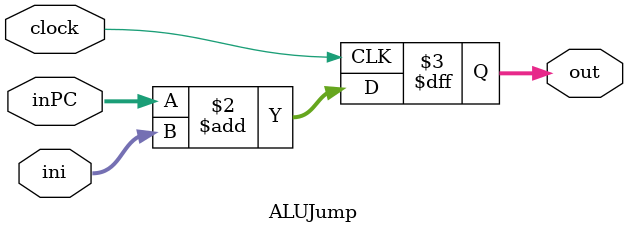
<source format=v>

module ALUJump( //Summation of PC and Jump addr
    inPC,
    ini,
    clock,
    out
);
input[15:0] inPC;
input[15:0] ini;
input  clock;
output reg[15:0] out;

always@(negedge clock)
    out = inPC + ini;
endmodule
</source>
